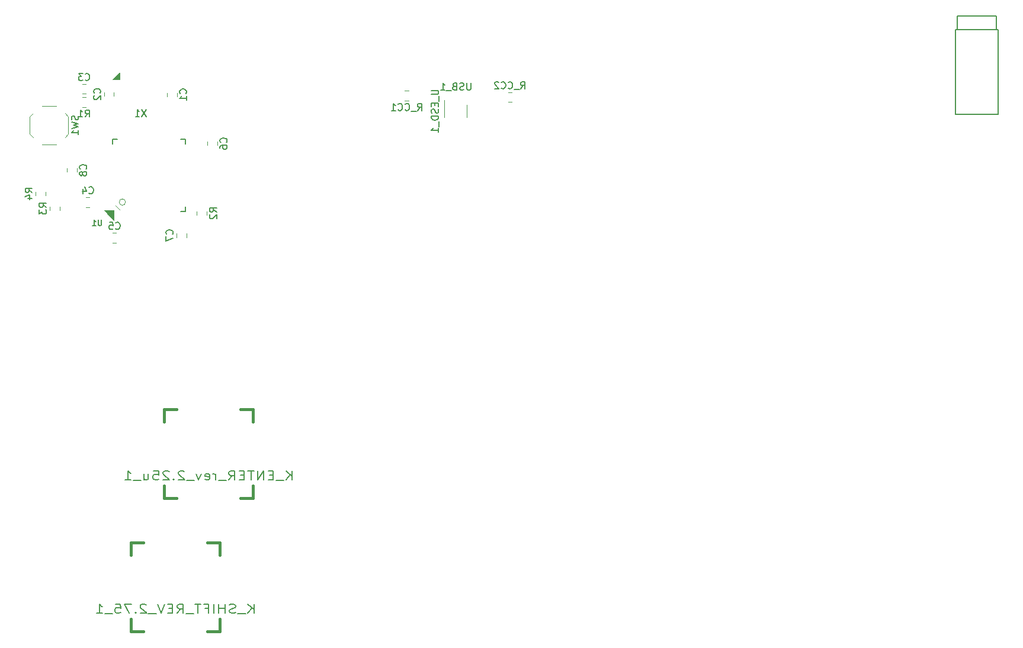
<source format=gbr>
G04 #@! TF.GenerationSoftware,KiCad,Pcbnew,(5.0.2)-1*
G04 #@! TF.CreationDate,2020-01-02T21:35:52+05:30*
G04 #@! TF.ProjectId,ergocape,6572676f-6361-4706-952e-6b696361645f,rev?*
G04 #@! TF.SameCoordinates,Original*
G04 #@! TF.FileFunction,Legend,Bot*
G04 #@! TF.FilePolarity,Positive*
%FSLAX46Y46*%
G04 Gerber Fmt 4.6, Leading zero omitted, Abs format (unit mm)*
G04 Created by KiCad (PCBNEW (5.0.2)-1) date 1/2/2020 9:35:52 PM*
%MOMM*%
%LPD*%
G01*
G04 APERTURE LIST*
%ADD10C,0.120000*%
%ADD11C,0.381000*%
%ADD12C,0.150000*%
%ADD13C,0.100000*%
%ADD14C,0.203200*%
%ADD15C,0.200000*%
G04 APERTURE END LIST*
D10*
G04 #@! TO.C,C1*
X48627481Y-26744289D02*
X48627481Y-26221785D01*
X47207481Y-26744289D02*
X47207481Y-26221785D01*
G04 #@! TO.C,C2*
X39633481Y-26147785D02*
X39633481Y-26670289D01*
X38213481Y-26147785D02*
X38213481Y-26670289D01*
G04 #@! TO.C,C3*
X35619246Y-24947608D02*
X35096742Y-24947608D01*
X35619246Y-26367608D02*
X35096742Y-26367608D01*
G04 #@! TO.C,C4*
X36171471Y-42562769D02*
X35648967Y-42562769D01*
X36171471Y-41142769D02*
X35648967Y-41142769D01*
G04 #@! TO.C,C5*
X39981471Y-46222769D02*
X39458967Y-46222769D01*
X39981471Y-47642769D02*
X39458967Y-47642769D01*
G04 #@! TO.C,C6*
X52980219Y-33732021D02*
X52980219Y-33209517D01*
X54400219Y-33732021D02*
X54400219Y-33209517D01*
G04 #@! TO.C,C7*
X48566000Y-46347748D02*
X48566000Y-46870252D01*
X49986000Y-46347748D02*
X49986000Y-46870252D01*
G04 #@! TO.C,C8*
X32914219Y-37542021D02*
X32914219Y-37019517D01*
X34334219Y-37542021D02*
X34334219Y-37019517D01*
D11*
G04 #@! TO.C,K_ENTER_rev_2.25u_1*
X59531250Y-73215500D02*
X59531250Y-71437500D01*
X59531250Y-84137500D02*
X59531250Y-82359500D01*
X57753250Y-84137500D02*
X59531250Y-84137500D01*
X46831250Y-84137500D02*
X48609250Y-84137500D01*
X46831250Y-82359500D02*
X46831250Y-84137500D01*
X46831250Y-71437500D02*
X46831250Y-73215500D01*
X48609250Y-71437500D02*
X46831250Y-71437500D01*
X59531250Y-71437500D02*
X57753250Y-71437500D01*
G04 #@! TO.C,K_SHIFT_REV_2.75_1*
X54768750Y-90487500D02*
X52990750Y-90487500D01*
X43846750Y-90487500D02*
X42068750Y-90487500D01*
X42068750Y-90487500D02*
X42068750Y-92265500D01*
X42068750Y-101409500D02*
X42068750Y-103187500D01*
X42068750Y-103187500D02*
X43846750Y-103187500D01*
X52990750Y-103187500D02*
X54768750Y-103187500D01*
X54768750Y-103187500D02*
X54768750Y-101409500D01*
X54768750Y-92265500D02*
X54768750Y-90487500D01*
D10*
G04 #@! TO.C,R1*
X35096742Y-26852608D02*
X35619246Y-26852608D01*
X35096742Y-28272608D02*
X35619246Y-28272608D01*
G04 #@! TO.C,R2*
X52907000Y-43695252D02*
X52907000Y-43172748D01*
X51487000Y-43695252D02*
X51487000Y-43172748D01*
G04 #@! TO.C,R3*
X31880000Y-42518748D02*
X31880000Y-43041252D01*
X30460000Y-42518748D02*
X30460000Y-43041252D01*
G04 #@! TO.C,R4*
X28440000Y-40378748D02*
X28440000Y-40901252D01*
X29860000Y-40378748D02*
X29860000Y-40901252D01*
G04 #@! TO.C,R_CC1*
X81210868Y-25940980D02*
X81733372Y-25940980D01*
X81210868Y-27360980D02*
X81733372Y-27360980D01*
G04 #@! TO.C,R_CC2*
X96473372Y-26130980D02*
X95950868Y-26130980D01*
X96473372Y-27550980D02*
X95950868Y-27550980D01*
G04 #@! TO.C,SW1*
X28053000Y-32561000D02*
X27603000Y-32111000D01*
X28053000Y-29161000D02*
X27603000Y-29611000D01*
X32653000Y-29161000D02*
X33103000Y-29611000D01*
X32653000Y-32561000D02*
X33103000Y-32111000D01*
X31353000Y-28111000D02*
X29353000Y-28111000D01*
X27603000Y-32111000D02*
X27603000Y-29611000D01*
X31353000Y-33611000D02*
X29353000Y-33611000D01*
X33103000Y-32111000D02*
X33103000Y-29611000D01*
D12*
G04 #@! TO.C,U1*
X49816469Y-43217769D02*
X49816469Y-42542769D01*
X49816469Y-32867769D02*
X49816469Y-33542769D01*
X39466469Y-32867769D02*
X39466469Y-33542769D01*
X39466469Y-32867769D02*
X40141469Y-32867769D01*
X49816469Y-32867769D02*
X49141469Y-32867769D01*
X49816469Y-43217769D02*
X49141469Y-43217769D01*
D13*
G36*
X38241469Y-43042769D02*
X39641469Y-43042769D01*
X39641469Y-44442769D01*
X38241469Y-43042769D01*
G37*
X38241469Y-43042769D02*
X39641469Y-43042769D01*
X39641469Y-44442769D01*
X38241469Y-43042769D01*
D10*
X41288683Y-41842769D02*
G75*
G03X41288683Y-41842769I-447214J0D01*
G01*
D13*
X39841469Y-42342769D02*
X40441469Y-42942769D01*
D10*
G04 #@! TO.C,U_ESD_1*
X90073120Y-27929000D02*
X90073120Y-29729000D01*
X86853120Y-29729000D02*
X86853120Y-27279000D01*
D13*
G04 #@! TO.C,X1*
G36*
X39463731Y-24345537D02*
X40463731Y-24345537D01*
X40463731Y-23345537D01*
X39463731Y-24345537D01*
G37*
X39463731Y-24345537D02*
X40463731Y-24345537D01*
X40463731Y-23345537D01*
X39463731Y-24345537D01*
D12*
G04 #@! TO.C,J1*
X159906620Y-17228730D02*
X166006620Y-17228730D01*
X159906620Y-29328730D02*
X166006620Y-29328730D01*
X159906620Y-17228730D02*
X159906620Y-29328730D01*
X166006620Y-17228730D02*
X166006620Y-29328730D01*
X160156620Y-17228730D02*
X160156620Y-15228730D01*
X165756620Y-17228730D02*
X165756620Y-15228730D01*
X160156620Y-15228730D02*
X165756620Y-15228730D01*
G04 #@! TO.C,C1*
X49924623Y-26316370D02*
X49972242Y-26268751D01*
X50019861Y-26125894D01*
X50019861Y-26030656D01*
X49972242Y-25887798D01*
X49877004Y-25792560D01*
X49781766Y-25744941D01*
X49591290Y-25697322D01*
X49448433Y-25697322D01*
X49257957Y-25744941D01*
X49162719Y-25792560D01*
X49067481Y-25887798D01*
X49019861Y-26030656D01*
X49019861Y-26125894D01*
X49067481Y-26268751D01*
X49115100Y-26316370D01*
X50019861Y-27268751D02*
X50019861Y-26697322D01*
X50019861Y-26983037D02*
X49019861Y-26983037D01*
X49162719Y-26887798D01*
X49257957Y-26792560D01*
X49305576Y-26697322D01*
G04 #@! TO.C,C2*
X37630623Y-26242370D02*
X37678242Y-26194751D01*
X37725861Y-26051894D01*
X37725861Y-25956656D01*
X37678242Y-25813798D01*
X37583004Y-25718560D01*
X37487766Y-25670941D01*
X37297290Y-25623322D01*
X37154433Y-25623322D01*
X36963957Y-25670941D01*
X36868719Y-25718560D01*
X36773481Y-25813798D01*
X36725861Y-25956656D01*
X36725861Y-26051894D01*
X36773481Y-26194751D01*
X36821100Y-26242370D01*
X36821100Y-26623322D02*
X36773481Y-26670941D01*
X36725861Y-26766179D01*
X36725861Y-27004275D01*
X36773481Y-27099513D01*
X36821100Y-27147132D01*
X36916338Y-27194751D01*
X37011576Y-27194751D01*
X37154433Y-27147132D01*
X37725861Y-26575703D01*
X37725861Y-27194751D01*
G04 #@! TO.C,C3*
X35524660Y-24364750D02*
X35572279Y-24412369D01*
X35715136Y-24459988D01*
X35810374Y-24459988D01*
X35953232Y-24412369D01*
X36048470Y-24317131D01*
X36096089Y-24221893D01*
X36143708Y-24031417D01*
X36143708Y-23888560D01*
X36096089Y-23698084D01*
X36048470Y-23602846D01*
X35953232Y-23507608D01*
X35810374Y-23459988D01*
X35715136Y-23459988D01*
X35572279Y-23507608D01*
X35524660Y-23555227D01*
X35191327Y-23459988D02*
X34572279Y-23459988D01*
X34905613Y-23840941D01*
X34762755Y-23840941D01*
X34667517Y-23888560D01*
X34619898Y-23936179D01*
X34572279Y-24031417D01*
X34572279Y-24269512D01*
X34619898Y-24364750D01*
X34667517Y-24412369D01*
X34762755Y-24459988D01*
X35048470Y-24459988D01*
X35143708Y-24412369D01*
X35191327Y-24364750D01*
G04 #@! TO.C,C4*
X36076885Y-40559911D02*
X36124504Y-40607530D01*
X36267361Y-40655149D01*
X36362599Y-40655149D01*
X36505457Y-40607530D01*
X36600695Y-40512292D01*
X36648314Y-40417054D01*
X36695933Y-40226578D01*
X36695933Y-40083721D01*
X36648314Y-39893245D01*
X36600695Y-39798007D01*
X36505457Y-39702769D01*
X36362599Y-39655149D01*
X36267361Y-39655149D01*
X36124504Y-39702769D01*
X36076885Y-39750388D01*
X35219742Y-39988483D02*
X35219742Y-40655149D01*
X35457838Y-39607530D02*
X35695933Y-40321816D01*
X35076885Y-40321816D01*
G04 #@! TO.C,C5*
X39886885Y-45639911D02*
X39934504Y-45687530D01*
X40077361Y-45735149D01*
X40172599Y-45735149D01*
X40315457Y-45687530D01*
X40410695Y-45592292D01*
X40458314Y-45497054D01*
X40505933Y-45306578D01*
X40505933Y-45163721D01*
X40458314Y-44973245D01*
X40410695Y-44878007D01*
X40315457Y-44782769D01*
X40172599Y-44735149D01*
X40077361Y-44735149D01*
X39934504Y-44782769D01*
X39886885Y-44830388D01*
X38982123Y-44735149D02*
X39458314Y-44735149D01*
X39505933Y-45211340D01*
X39458314Y-45163721D01*
X39363076Y-45116102D01*
X39124980Y-45116102D01*
X39029742Y-45163721D01*
X38982123Y-45211340D01*
X38934504Y-45306578D01*
X38934504Y-45544673D01*
X38982123Y-45639911D01*
X39029742Y-45687530D01*
X39124980Y-45735149D01*
X39363076Y-45735149D01*
X39458314Y-45687530D01*
X39505933Y-45639911D01*
G04 #@! TO.C,C6*
X55697361Y-33304102D02*
X55744980Y-33256483D01*
X55792599Y-33113626D01*
X55792599Y-33018388D01*
X55744980Y-32875530D01*
X55649742Y-32780292D01*
X55554504Y-32732673D01*
X55364028Y-32685054D01*
X55221171Y-32685054D01*
X55030695Y-32732673D01*
X54935457Y-32780292D01*
X54840219Y-32875530D01*
X54792599Y-33018388D01*
X54792599Y-33113626D01*
X54840219Y-33256483D01*
X54887838Y-33304102D01*
X54792599Y-34161245D02*
X54792599Y-33970769D01*
X54840219Y-33875530D01*
X54887838Y-33827911D01*
X55030695Y-33732673D01*
X55221171Y-33685054D01*
X55602123Y-33685054D01*
X55697361Y-33732673D01*
X55744980Y-33780292D01*
X55792599Y-33875530D01*
X55792599Y-34066007D01*
X55744980Y-34161245D01*
X55697361Y-34208864D01*
X55602123Y-34256483D01*
X55364028Y-34256483D01*
X55268790Y-34208864D01*
X55221171Y-34161245D01*
X55173552Y-34066007D01*
X55173552Y-33875530D01*
X55221171Y-33780292D01*
X55268790Y-33732673D01*
X55364028Y-33685054D01*
G04 #@! TO.C,C7*
X47983142Y-46442333D02*
X48030761Y-46394714D01*
X48078380Y-46251857D01*
X48078380Y-46156619D01*
X48030761Y-46013761D01*
X47935523Y-45918523D01*
X47840285Y-45870904D01*
X47649809Y-45823285D01*
X47506952Y-45823285D01*
X47316476Y-45870904D01*
X47221238Y-45918523D01*
X47126000Y-46013761D01*
X47078380Y-46156619D01*
X47078380Y-46251857D01*
X47126000Y-46394714D01*
X47173619Y-46442333D01*
X47078380Y-46775666D02*
X47078380Y-47442333D01*
X48078380Y-47013761D01*
G04 #@! TO.C,C8*
X35631361Y-37114102D02*
X35678980Y-37066483D01*
X35726599Y-36923626D01*
X35726599Y-36828388D01*
X35678980Y-36685530D01*
X35583742Y-36590292D01*
X35488504Y-36542673D01*
X35298028Y-36495054D01*
X35155171Y-36495054D01*
X34964695Y-36542673D01*
X34869457Y-36590292D01*
X34774219Y-36685530D01*
X34726599Y-36828388D01*
X34726599Y-36923626D01*
X34774219Y-37066483D01*
X34821838Y-37114102D01*
X35155171Y-37685530D02*
X35107552Y-37590292D01*
X35059933Y-37542673D01*
X34964695Y-37495054D01*
X34917076Y-37495054D01*
X34821838Y-37542673D01*
X34774219Y-37590292D01*
X34726599Y-37685530D01*
X34726599Y-37876007D01*
X34774219Y-37971245D01*
X34821838Y-38018864D01*
X34917076Y-38066483D01*
X34964695Y-38066483D01*
X35059933Y-38018864D01*
X35107552Y-37971245D01*
X35155171Y-37876007D01*
X35155171Y-37685530D01*
X35202790Y-37590292D01*
X35250409Y-37542673D01*
X35345647Y-37495054D01*
X35536123Y-37495054D01*
X35631361Y-37542673D01*
X35678980Y-37590292D01*
X35726599Y-37685530D01*
X35726599Y-37876007D01*
X35678980Y-37971245D01*
X35631361Y-38018864D01*
X35536123Y-38066483D01*
X35345647Y-38066483D01*
X35250409Y-38018864D01*
X35202790Y-37971245D01*
X35155171Y-37876007D01*
G04 #@! TO.C,K_ENTER_rev_2.25u_1*
D14*
X65082964Y-81537023D02*
X65082964Y-80267023D01*
X64212107Y-81537023D02*
X64865250Y-80811309D01*
X64212107Y-80267023D02*
X65082964Y-80992738D01*
X63921821Y-81657976D02*
X62760678Y-81657976D01*
X62397821Y-80871785D02*
X61889821Y-80871785D01*
X61672107Y-81537023D02*
X62397821Y-81537023D01*
X62397821Y-80267023D01*
X61672107Y-80267023D01*
X61018964Y-81537023D02*
X61018964Y-80267023D01*
X60148107Y-81537023D01*
X60148107Y-80267023D01*
X59640107Y-80267023D02*
X58769250Y-80267023D01*
X59204678Y-81537023D02*
X59204678Y-80267023D01*
X58261250Y-80871785D02*
X57753250Y-80871785D01*
X57535535Y-81537023D02*
X58261250Y-81537023D01*
X58261250Y-80267023D01*
X57535535Y-80267023D01*
X56011535Y-81537023D02*
X56519535Y-80932261D01*
X56882392Y-81537023D02*
X56882392Y-80267023D01*
X56301821Y-80267023D01*
X56156678Y-80327500D01*
X56084107Y-80387976D01*
X56011535Y-80508928D01*
X56011535Y-80690357D01*
X56084107Y-80811309D01*
X56156678Y-80871785D01*
X56301821Y-80932261D01*
X56882392Y-80932261D01*
X55721250Y-81657976D02*
X54560107Y-81657976D01*
X54197250Y-81537023D02*
X54197250Y-80690357D01*
X54197250Y-80932261D02*
X54124678Y-80811309D01*
X54052107Y-80750833D01*
X53906964Y-80690357D01*
X53761821Y-80690357D01*
X52673250Y-81476547D02*
X52818392Y-81537023D01*
X53108678Y-81537023D01*
X53253821Y-81476547D01*
X53326392Y-81355595D01*
X53326392Y-80871785D01*
X53253821Y-80750833D01*
X53108678Y-80690357D01*
X52818392Y-80690357D01*
X52673250Y-80750833D01*
X52600678Y-80871785D01*
X52600678Y-80992738D01*
X53326392Y-81113690D01*
X52092678Y-80690357D02*
X51729821Y-81537023D01*
X51366964Y-80690357D01*
X51149250Y-81657976D02*
X49988107Y-81657976D01*
X49697821Y-80387976D02*
X49625250Y-80327500D01*
X49480107Y-80267023D01*
X49117250Y-80267023D01*
X48972107Y-80327500D01*
X48899535Y-80387976D01*
X48826964Y-80508928D01*
X48826964Y-80629880D01*
X48899535Y-80811309D01*
X49770392Y-81537023D01*
X48826964Y-81537023D01*
X48173821Y-81416071D02*
X48101250Y-81476547D01*
X48173821Y-81537023D01*
X48246392Y-81476547D01*
X48173821Y-81416071D01*
X48173821Y-81537023D01*
X47520678Y-80387976D02*
X47448107Y-80327500D01*
X47302964Y-80267023D01*
X46940107Y-80267023D01*
X46794964Y-80327500D01*
X46722392Y-80387976D01*
X46649821Y-80508928D01*
X46649821Y-80629880D01*
X46722392Y-80811309D01*
X47593250Y-81537023D01*
X46649821Y-81537023D01*
X45270964Y-80267023D02*
X45996678Y-80267023D01*
X46069250Y-80871785D01*
X45996678Y-80811309D01*
X45851535Y-80750833D01*
X45488678Y-80750833D01*
X45343535Y-80811309D01*
X45270964Y-80871785D01*
X45198392Y-80992738D01*
X45198392Y-81295119D01*
X45270964Y-81416071D01*
X45343535Y-81476547D01*
X45488678Y-81537023D01*
X45851535Y-81537023D01*
X45996678Y-81476547D01*
X46069250Y-81416071D01*
X43892107Y-80690357D02*
X43892107Y-81537023D01*
X44545250Y-80690357D02*
X44545250Y-81355595D01*
X44472678Y-81476547D01*
X44327535Y-81537023D01*
X44109821Y-81537023D01*
X43964678Y-81476547D01*
X43892107Y-81416071D01*
X43529250Y-81657976D02*
X42368107Y-81657976D01*
X41206964Y-81537023D02*
X42077821Y-81537023D01*
X41642392Y-81537023D02*
X41642392Y-80267023D01*
X41787535Y-80448452D01*
X41932678Y-80569404D01*
X42077821Y-80629880D01*
G04 #@! TO.C,K_SHIFT_REV_2.75_1*
X59631035Y-100587023D02*
X59631035Y-99317023D01*
X58760178Y-100587023D02*
X59413321Y-99861309D01*
X58760178Y-99317023D02*
X59631035Y-100042738D01*
X58469892Y-100707976D02*
X57308750Y-100707976D01*
X57018464Y-100526547D02*
X56800750Y-100587023D01*
X56437892Y-100587023D01*
X56292750Y-100526547D01*
X56220178Y-100466071D01*
X56147607Y-100345119D01*
X56147607Y-100224166D01*
X56220178Y-100103214D01*
X56292750Y-100042738D01*
X56437892Y-99982261D01*
X56728178Y-99921785D01*
X56873321Y-99861309D01*
X56945892Y-99800833D01*
X57018464Y-99679880D01*
X57018464Y-99558928D01*
X56945892Y-99437976D01*
X56873321Y-99377500D01*
X56728178Y-99317023D01*
X56365321Y-99317023D01*
X56147607Y-99377500D01*
X55494464Y-100587023D02*
X55494464Y-99317023D01*
X55494464Y-99921785D02*
X54623607Y-99921785D01*
X54623607Y-100587023D02*
X54623607Y-99317023D01*
X53897892Y-100587023D02*
X53897892Y-99317023D01*
X52664178Y-99921785D02*
X53172178Y-99921785D01*
X53172178Y-100587023D02*
X53172178Y-99317023D01*
X52446464Y-99317023D01*
X52083607Y-99317023D02*
X51212750Y-99317023D01*
X51648178Y-100587023D02*
X51648178Y-99317023D01*
X51067607Y-100707976D02*
X49906464Y-100707976D01*
X48672750Y-100587023D02*
X49180750Y-99982261D01*
X49543607Y-100587023D02*
X49543607Y-99317023D01*
X48963035Y-99317023D01*
X48817892Y-99377500D01*
X48745321Y-99437976D01*
X48672750Y-99558928D01*
X48672750Y-99740357D01*
X48745321Y-99861309D01*
X48817892Y-99921785D01*
X48963035Y-99982261D01*
X49543607Y-99982261D01*
X48019607Y-99921785D02*
X47511607Y-99921785D01*
X47293892Y-100587023D02*
X48019607Y-100587023D01*
X48019607Y-99317023D01*
X47293892Y-99317023D01*
X46858464Y-99317023D02*
X46350464Y-100587023D01*
X45842464Y-99317023D01*
X45697321Y-100707976D02*
X44536178Y-100707976D01*
X44245892Y-99437976D02*
X44173321Y-99377500D01*
X44028178Y-99317023D01*
X43665321Y-99317023D01*
X43520178Y-99377500D01*
X43447607Y-99437976D01*
X43375035Y-99558928D01*
X43375035Y-99679880D01*
X43447607Y-99861309D01*
X44318464Y-100587023D01*
X43375035Y-100587023D01*
X42721892Y-100466071D02*
X42649321Y-100526547D01*
X42721892Y-100587023D01*
X42794464Y-100526547D01*
X42721892Y-100466071D01*
X42721892Y-100587023D01*
X42141321Y-99317023D02*
X41125321Y-99317023D01*
X41778464Y-100587023D01*
X39819035Y-99317023D02*
X40544750Y-99317023D01*
X40617321Y-99921785D01*
X40544750Y-99861309D01*
X40399607Y-99800833D01*
X40036750Y-99800833D01*
X39891607Y-99861309D01*
X39819035Y-99921785D01*
X39746464Y-100042738D01*
X39746464Y-100345119D01*
X39819035Y-100466071D01*
X39891607Y-100526547D01*
X40036750Y-100587023D01*
X40399607Y-100587023D01*
X40544750Y-100526547D01*
X40617321Y-100466071D01*
X39456178Y-100707976D02*
X38295035Y-100707976D01*
X37133892Y-100587023D02*
X38004750Y-100587023D01*
X37569321Y-100587023D02*
X37569321Y-99317023D01*
X37714464Y-99498452D01*
X37859607Y-99619404D01*
X38004750Y-99679880D01*
G04 #@! TO.C,R1*
D12*
X35524660Y-29664988D02*
X35857994Y-29188798D01*
X36096089Y-29664988D02*
X36096089Y-28664988D01*
X35715136Y-28664988D01*
X35619898Y-28712608D01*
X35572279Y-28760227D01*
X35524660Y-28855465D01*
X35524660Y-28998322D01*
X35572279Y-29093560D01*
X35619898Y-29141179D01*
X35715136Y-29188798D01*
X36096089Y-29188798D01*
X34572279Y-29664988D02*
X35143708Y-29664988D01*
X34857994Y-29664988D02*
X34857994Y-28664988D01*
X34953232Y-28807846D01*
X35048470Y-28903084D01*
X35143708Y-28950703D01*
G04 #@! TO.C,R2*
X54299380Y-43267333D02*
X53823190Y-42934000D01*
X54299380Y-42695904D02*
X53299380Y-42695904D01*
X53299380Y-43076857D01*
X53347000Y-43172095D01*
X53394619Y-43219714D01*
X53489857Y-43267333D01*
X53632714Y-43267333D01*
X53727952Y-43219714D01*
X53775571Y-43172095D01*
X53823190Y-43076857D01*
X53823190Y-42695904D01*
X53394619Y-43648285D02*
X53347000Y-43695904D01*
X53299380Y-43791142D01*
X53299380Y-44029238D01*
X53347000Y-44124476D01*
X53394619Y-44172095D01*
X53489857Y-44219714D01*
X53585095Y-44219714D01*
X53727952Y-44172095D01*
X54299380Y-43600666D01*
X54299380Y-44219714D01*
G04 #@! TO.C,R3*
X29972380Y-42613333D02*
X29496190Y-42280000D01*
X29972380Y-42041904D02*
X28972380Y-42041904D01*
X28972380Y-42422857D01*
X29020000Y-42518095D01*
X29067619Y-42565714D01*
X29162857Y-42613333D01*
X29305714Y-42613333D01*
X29400952Y-42565714D01*
X29448571Y-42518095D01*
X29496190Y-42422857D01*
X29496190Y-42041904D01*
X28972380Y-42946666D02*
X28972380Y-43565714D01*
X29353333Y-43232380D01*
X29353333Y-43375238D01*
X29400952Y-43470476D01*
X29448571Y-43518095D01*
X29543809Y-43565714D01*
X29781904Y-43565714D01*
X29877142Y-43518095D01*
X29924761Y-43470476D01*
X29972380Y-43375238D01*
X29972380Y-43089523D01*
X29924761Y-42994285D01*
X29877142Y-42946666D01*
G04 #@! TO.C,R4*
X27952380Y-40473333D02*
X27476190Y-40140000D01*
X27952380Y-39901904D02*
X26952380Y-39901904D01*
X26952380Y-40282857D01*
X27000000Y-40378095D01*
X27047619Y-40425714D01*
X27142857Y-40473333D01*
X27285714Y-40473333D01*
X27380952Y-40425714D01*
X27428571Y-40378095D01*
X27476190Y-40282857D01*
X27476190Y-39901904D01*
X27285714Y-41330476D02*
X27952380Y-41330476D01*
X26904761Y-41092380D02*
X27619047Y-40854285D01*
X27619047Y-41473333D01*
G04 #@! TO.C,R_CC1*
X83019739Y-28753360D02*
X83353072Y-28277170D01*
X83591167Y-28753360D02*
X83591167Y-27753360D01*
X83210215Y-27753360D01*
X83114977Y-27800980D01*
X83067358Y-27848599D01*
X83019739Y-27943837D01*
X83019739Y-28086694D01*
X83067358Y-28181932D01*
X83114977Y-28229551D01*
X83210215Y-28277170D01*
X83591167Y-28277170D01*
X82829262Y-28848599D02*
X82067358Y-28848599D01*
X81257834Y-28658122D02*
X81305453Y-28705741D01*
X81448310Y-28753360D01*
X81543548Y-28753360D01*
X81686405Y-28705741D01*
X81781643Y-28610503D01*
X81829262Y-28515265D01*
X81876881Y-28324789D01*
X81876881Y-28181932D01*
X81829262Y-27991456D01*
X81781643Y-27896218D01*
X81686405Y-27800980D01*
X81543548Y-27753360D01*
X81448310Y-27753360D01*
X81305453Y-27800980D01*
X81257834Y-27848599D01*
X80257834Y-28658122D02*
X80305453Y-28705741D01*
X80448310Y-28753360D01*
X80543548Y-28753360D01*
X80686405Y-28705741D01*
X80781643Y-28610503D01*
X80829262Y-28515265D01*
X80876881Y-28324789D01*
X80876881Y-28181932D01*
X80829262Y-27991456D01*
X80781643Y-27896218D01*
X80686405Y-27800980D01*
X80543548Y-27753360D01*
X80448310Y-27753360D01*
X80305453Y-27800980D01*
X80257834Y-27848599D01*
X79305453Y-28753360D02*
X79876881Y-28753360D01*
X79591167Y-28753360D02*
X79591167Y-27753360D01*
X79686405Y-27896218D01*
X79781643Y-27991456D01*
X79876881Y-28039075D01*
G04 #@! TO.C,R_CC2*
X97759739Y-25643360D02*
X98093072Y-25167170D01*
X98331167Y-25643360D02*
X98331167Y-24643360D01*
X97950215Y-24643360D01*
X97854977Y-24690980D01*
X97807358Y-24738599D01*
X97759739Y-24833837D01*
X97759739Y-24976694D01*
X97807358Y-25071932D01*
X97854977Y-25119551D01*
X97950215Y-25167170D01*
X98331167Y-25167170D01*
X97569262Y-25738599D02*
X96807358Y-25738599D01*
X95997834Y-25548122D02*
X96045453Y-25595741D01*
X96188310Y-25643360D01*
X96283548Y-25643360D01*
X96426405Y-25595741D01*
X96521643Y-25500503D01*
X96569262Y-25405265D01*
X96616881Y-25214789D01*
X96616881Y-25071932D01*
X96569262Y-24881456D01*
X96521643Y-24786218D01*
X96426405Y-24690980D01*
X96283548Y-24643360D01*
X96188310Y-24643360D01*
X96045453Y-24690980D01*
X95997834Y-24738599D01*
X94997834Y-25548122D02*
X95045453Y-25595741D01*
X95188310Y-25643360D01*
X95283548Y-25643360D01*
X95426405Y-25595741D01*
X95521643Y-25500503D01*
X95569262Y-25405265D01*
X95616881Y-25214789D01*
X95616881Y-25071932D01*
X95569262Y-24881456D01*
X95521643Y-24786218D01*
X95426405Y-24690980D01*
X95283548Y-24643360D01*
X95188310Y-24643360D01*
X95045453Y-24690980D01*
X94997834Y-24738599D01*
X94616881Y-24738599D02*
X94569262Y-24690980D01*
X94474024Y-24643360D01*
X94235929Y-24643360D01*
X94140691Y-24690980D01*
X94093072Y-24738599D01*
X94045453Y-24833837D01*
X94045453Y-24929075D01*
X94093072Y-25071932D01*
X94664500Y-25643360D01*
X94045453Y-25643360D01*
G04 #@! TO.C,SW1*
X34507761Y-29527666D02*
X34555380Y-29670523D01*
X34555380Y-29908619D01*
X34507761Y-30003857D01*
X34460142Y-30051476D01*
X34364904Y-30099095D01*
X34269666Y-30099095D01*
X34174428Y-30051476D01*
X34126809Y-30003857D01*
X34079190Y-29908619D01*
X34031571Y-29718142D01*
X33983952Y-29622904D01*
X33936333Y-29575285D01*
X33841095Y-29527666D01*
X33745857Y-29527666D01*
X33650619Y-29575285D01*
X33603000Y-29622904D01*
X33555380Y-29718142D01*
X33555380Y-29956238D01*
X33603000Y-30099095D01*
X33555380Y-30432428D02*
X34555380Y-30670523D01*
X33841095Y-30861000D01*
X34555380Y-31051476D01*
X33555380Y-31289571D01*
X34555380Y-32194333D02*
X34555380Y-31622904D01*
X34555380Y-31908619D02*
X33555380Y-31908619D01*
X33698238Y-31813380D01*
X33793476Y-31718142D01*
X33841095Y-31622904D01*
G04 #@! TO.C,U1*
D15*
X37850992Y-44404673D02*
X37850992Y-45052292D01*
X37812897Y-45128483D01*
X37774802Y-45166578D01*
X37698611Y-45204673D01*
X37546230Y-45204673D01*
X37470040Y-45166578D01*
X37431945Y-45128483D01*
X37393849Y-45052292D01*
X37393849Y-44404673D01*
X36593849Y-45204673D02*
X37050992Y-45204673D01*
X36822421Y-45204673D02*
X36822421Y-44404673D01*
X36898611Y-44518959D01*
X36974802Y-44595149D01*
X37050992Y-44633245D01*
G04 #@! TO.C,U_ESD_1*
D12*
X85015500Y-25876619D02*
X85825024Y-25876619D01*
X85920262Y-25924238D01*
X85967881Y-25971857D01*
X86015500Y-26067095D01*
X86015500Y-26257571D01*
X85967881Y-26352809D01*
X85920262Y-26400428D01*
X85825024Y-26448047D01*
X85015500Y-26448047D01*
X86110739Y-26686142D02*
X86110739Y-27448047D01*
X85491691Y-27686142D02*
X85491691Y-28019476D01*
X86015500Y-28162333D02*
X86015500Y-27686142D01*
X85015500Y-27686142D01*
X85015500Y-28162333D01*
X85967881Y-28543285D02*
X86015500Y-28686142D01*
X86015500Y-28924238D01*
X85967881Y-29019476D01*
X85920262Y-29067095D01*
X85825024Y-29114714D01*
X85729786Y-29114714D01*
X85634548Y-29067095D01*
X85586929Y-29019476D01*
X85539310Y-28924238D01*
X85491691Y-28733761D01*
X85444072Y-28638523D01*
X85396453Y-28590904D01*
X85301215Y-28543285D01*
X85205977Y-28543285D01*
X85110739Y-28590904D01*
X85063120Y-28638523D01*
X85015500Y-28733761D01*
X85015500Y-28971857D01*
X85063120Y-29114714D01*
X86015500Y-29543285D02*
X85015500Y-29543285D01*
X85015500Y-29781380D01*
X85063120Y-29924238D01*
X85158358Y-30019476D01*
X85253596Y-30067095D01*
X85444072Y-30114714D01*
X85586929Y-30114714D01*
X85777405Y-30067095D01*
X85872643Y-30019476D01*
X85967881Y-29924238D01*
X86015500Y-29781380D01*
X86015500Y-29543285D01*
X86110739Y-30305190D02*
X86110739Y-31067095D01*
X86015500Y-31829000D02*
X86015500Y-31257571D01*
X86015500Y-31543285D02*
X85015500Y-31543285D01*
X85158358Y-31448047D01*
X85253596Y-31352809D01*
X85301215Y-31257571D01*
G04 #@! TO.C,USB_1*
X90638047Y-24831380D02*
X90638047Y-25640904D01*
X90590428Y-25736142D01*
X90542809Y-25783761D01*
X90447571Y-25831380D01*
X90257095Y-25831380D01*
X90161857Y-25783761D01*
X90114238Y-25736142D01*
X90066619Y-25640904D01*
X90066619Y-24831380D01*
X89638047Y-25783761D02*
X89495190Y-25831380D01*
X89257095Y-25831380D01*
X89161857Y-25783761D01*
X89114238Y-25736142D01*
X89066619Y-25640904D01*
X89066619Y-25545666D01*
X89114238Y-25450428D01*
X89161857Y-25402809D01*
X89257095Y-25355190D01*
X89447571Y-25307571D01*
X89542809Y-25259952D01*
X89590428Y-25212333D01*
X89638047Y-25117095D01*
X89638047Y-25021857D01*
X89590428Y-24926619D01*
X89542809Y-24879000D01*
X89447571Y-24831380D01*
X89209476Y-24831380D01*
X89066619Y-24879000D01*
X88304714Y-25307571D02*
X88161857Y-25355190D01*
X88114238Y-25402809D01*
X88066619Y-25498047D01*
X88066619Y-25640904D01*
X88114238Y-25736142D01*
X88161857Y-25783761D01*
X88257095Y-25831380D01*
X88638047Y-25831380D01*
X88638047Y-24831380D01*
X88304714Y-24831380D01*
X88209476Y-24879000D01*
X88161857Y-24926619D01*
X88114238Y-25021857D01*
X88114238Y-25117095D01*
X88161857Y-25212333D01*
X88209476Y-25259952D01*
X88304714Y-25307571D01*
X88638047Y-25307571D01*
X87876142Y-25926619D02*
X87114238Y-25926619D01*
X86352333Y-25831380D02*
X86923761Y-25831380D01*
X86638047Y-25831380D02*
X86638047Y-24831380D01*
X86733285Y-24974238D01*
X86828523Y-25069476D01*
X86923761Y-25117095D01*
G04 #@! TO.C,X1*
X44273254Y-28597917D02*
X43606588Y-29597917D01*
X43606588Y-28597917D02*
X44273254Y-29597917D01*
X42701826Y-29597917D02*
X43273254Y-29597917D01*
X42987540Y-29597917D02*
X42987540Y-28597917D01*
X43082778Y-28740775D01*
X43178016Y-28836013D01*
X43273254Y-28883632D01*
G04 #@! TD*
M02*

</source>
